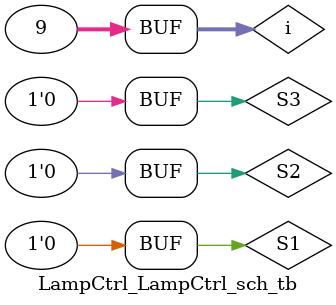
<source format=v>
`timescale 1ns / 1ps
module LampCtrl_LampCtrl_sch_tb();
// Inputs
reg S1;
reg S2;
reg S3;
wire F;
lamp_ctrl UUT(
        .S1(S1),
        .S2(S2),
        .S3(S3),
        .F(F));
// Initialize Inputs
//   `ifdef auto_init
integer i;
initial begin 
    for (i = 0; i <= 8; i = i + 1) 
        begin{S3, S2, S1} <= i;
    # 50;
end
    end
        endmodule
</source>
